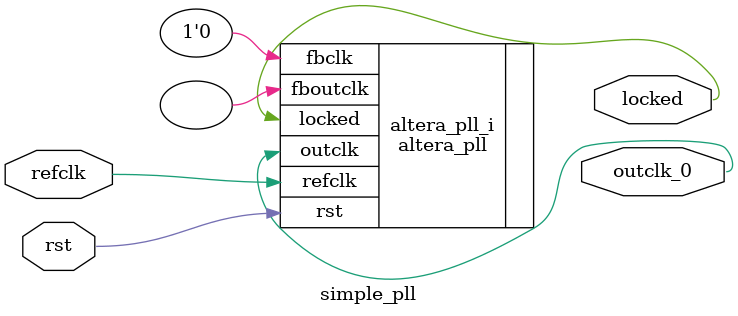
<source format=v>
`timescale 1ns/10ps
module  simple_pll(

	// interface 'refclk'
	input wire refclk,

	// interface 'reset'
	input wire rst,

	// interface 'outclk0'
	output wire outclk_0,

	// interface 'locked'
	output wire locked
);

	altera_pll #(
		.fractional_vco_multiplier("false"),
		.reference_clock_frequency("24.0 MHz"),
		.operation_mode("normal"),
		.number_of_clocks(1),
		.output_clock_frequency0("50.000000 MHz"),
		.phase_shift0("0 ps"),
		.duty_cycle0(50),
		.output_clock_frequency1("0 MHz"),
		.phase_shift1("0 ps"),
		.duty_cycle1(50),
		.output_clock_frequency2("0 MHz"),
		.phase_shift2("0 ps"),
		.duty_cycle2(50),
		.output_clock_frequency3("0 MHz"),
		.phase_shift3("0 ps"),
		.duty_cycle3(50),
		.output_clock_frequency4("0 MHz"),
		.phase_shift4("0 ps"),
		.duty_cycle4(50),
		.output_clock_frequency5("0 MHz"),
		.phase_shift5("0 ps"),
		.duty_cycle5(50),
		.output_clock_frequency6("0 MHz"),
		.phase_shift6("0 ps"),
		.duty_cycle6(50),
		.output_clock_frequency7("0 MHz"),
		.phase_shift7("0 ps"),
		.duty_cycle7(50),
		.output_clock_frequency8("0 MHz"),
		.phase_shift8("0 ps"),
		.duty_cycle8(50),
		.output_clock_frequency9("0 MHz"),
		.phase_shift9("0 ps"),
		.duty_cycle9(50),
		.output_clock_frequency10("0 MHz"),
		.phase_shift10("0 ps"),
		.duty_cycle10(50),
		.output_clock_frequency11("0 MHz"),
		.phase_shift11("0 ps"),
		.duty_cycle11(50),
		.output_clock_frequency12("0 MHz"),
		.phase_shift12("0 ps"),
		.duty_cycle12(50),
		.output_clock_frequency13("0 MHz"),
		.phase_shift13("0 ps"),
		.duty_cycle13(50),
		.output_clock_frequency14("0 MHz"),
		.phase_shift14("0 ps"),
		.duty_cycle14(50),
		.output_clock_frequency15("0 MHz"),
		.phase_shift15("0 ps"),
		.duty_cycle15(50),
		.output_clock_frequency16("0 MHz"),
		.phase_shift16("0 ps"),
		.duty_cycle16(50),
		.output_clock_frequency17("0 MHz"),
		.phase_shift17("0 ps"),
		.duty_cycle17(50),
		.pll_type("General"),
		.pll_subtype("General")
	) altera_pll_i (
		.rst	(rst),
		.outclk	({outclk_0}),
		.locked	(locked),
		.fboutclk	( ),
		.fbclk	(1'b0),
		.refclk	(refclk)
	);
endmodule


</source>
